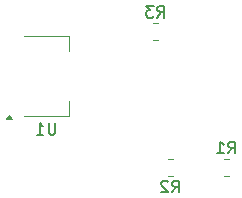
<source format=gbr>
%TF.GenerationSoftware,KiCad,Pcbnew,9.0.6-9.0.6~ubuntu24.04.1*%
%TF.CreationDate,2025-12-30T22:30:39+05:30*%
%TF.ProjectId,wled-esp01-controller,776c6564-2d65-4737-9030-312d636f6e74,rev?*%
%TF.SameCoordinates,Original*%
%TF.FileFunction,Legend,Bot*%
%TF.FilePolarity,Positive*%
%FSLAX46Y46*%
G04 Gerber Fmt 4.6, Leading zero omitted, Abs format (unit mm)*
G04 Created by KiCad (PCBNEW 9.0.6-9.0.6~ubuntu24.04.1) date 2025-12-30 22:30:39*
%MOMM*%
%LPD*%
G01*
G04 APERTURE LIST*
%ADD10C,0.150000*%
%ADD11C,0.120000*%
G04 APERTURE END LIST*
D10*
X123166666Y-86804819D02*
X123499999Y-86328628D01*
X123738094Y-86804819D02*
X123738094Y-85804819D01*
X123738094Y-85804819D02*
X123357142Y-85804819D01*
X123357142Y-85804819D02*
X123261904Y-85852438D01*
X123261904Y-85852438D02*
X123214285Y-85900057D01*
X123214285Y-85900057D02*
X123166666Y-85995295D01*
X123166666Y-85995295D02*
X123166666Y-86138152D01*
X123166666Y-86138152D02*
X123214285Y-86233390D01*
X123214285Y-86233390D02*
X123261904Y-86281009D01*
X123261904Y-86281009D02*
X123357142Y-86328628D01*
X123357142Y-86328628D02*
X123738094Y-86328628D01*
X122214285Y-86804819D02*
X122785713Y-86804819D01*
X122499999Y-86804819D02*
X122499999Y-85804819D01*
X122499999Y-85804819D02*
X122595237Y-85947676D01*
X122595237Y-85947676D02*
X122690475Y-86042914D01*
X122690475Y-86042914D02*
X122785713Y-86090533D01*
X118416666Y-90104819D02*
X118749999Y-89628628D01*
X118988094Y-90104819D02*
X118988094Y-89104819D01*
X118988094Y-89104819D02*
X118607142Y-89104819D01*
X118607142Y-89104819D02*
X118511904Y-89152438D01*
X118511904Y-89152438D02*
X118464285Y-89200057D01*
X118464285Y-89200057D02*
X118416666Y-89295295D01*
X118416666Y-89295295D02*
X118416666Y-89438152D01*
X118416666Y-89438152D02*
X118464285Y-89533390D01*
X118464285Y-89533390D02*
X118511904Y-89581009D01*
X118511904Y-89581009D02*
X118607142Y-89628628D01*
X118607142Y-89628628D02*
X118988094Y-89628628D01*
X118035713Y-89200057D02*
X117988094Y-89152438D01*
X117988094Y-89152438D02*
X117892856Y-89104819D01*
X117892856Y-89104819D02*
X117654761Y-89104819D01*
X117654761Y-89104819D02*
X117559523Y-89152438D01*
X117559523Y-89152438D02*
X117511904Y-89200057D01*
X117511904Y-89200057D02*
X117464285Y-89295295D01*
X117464285Y-89295295D02*
X117464285Y-89390533D01*
X117464285Y-89390533D02*
X117511904Y-89533390D01*
X117511904Y-89533390D02*
X118083332Y-90104819D01*
X118083332Y-90104819D02*
X117464285Y-90104819D01*
X108511904Y-84204819D02*
X108511904Y-85014342D01*
X108511904Y-85014342D02*
X108464285Y-85109580D01*
X108464285Y-85109580D02*
X108416666Y-85157200D01*
X108416666Y-85157200D02*
X108321428Y-85204819D01*
X108321428Y-85204819D02*
X108130952Y-85204819D01*
X108130952Y-85204819D02*
X108035714Y-85157200D01*
X108035714Y-85157200D02*
X107988095Y-85109580D01*
X107988095Y-85109580D02*
X107940476Y-85014342D01*
X107940476Y-85014342D02*
X107940476Y-84204819D01*
X106940476Y-85204819D02*
X107511904Y-85204819D01*
X107226190Y-85204819D02*
X107226190Y-84204819D01*
X107226190Y-84204819D02*
X107321428Y-84347676D01*
X107321428Y-84347676D02*
X107416666Y-84442914D01*
X107416666Y-84442914D02*
X107511904Y-84490533D01*
X117166666Y-75304819D02*
X117499999Y-74828628D01*
X117738094Y-75304819D02*
X117738094Y-74304819D01*
X117738094Y-74304819D02*
X117357142Y-74304819D01*
X117357142Y-74304819D02*
X117261904Y-74352438D01*
X117261904Y-74352438D02*
X117214285Y-74400057D01*
X117214285Y-74400057D02*
X117166666Y-74495295D01*
X117166666Y-74495295D02*
X117166666Y-74638152D01*
X117166666Y-74638152D02*
X117214285Y-74733390D01*
X117214285Y-74733390D02*
X117261904Y-74781009D01*
X117261904Y-74781009D02*
X117357142Y-74828628D01*
X117357142Y-74828628D02*
X117738094Y-74828628D01*
X116833332Y-74304819D02*
X116214285Y-74304819D01*
X116214285Y-74304819D02*
X116547618Y-74685771D01*
X116547618Y-74685771D02*
X116404761Y-74685771D01*
X116404761Y-74685771D02*
X116309523Y-74733390D01*
X116309523Y-74733390D02*
X116261904Y-74781009D01*
X116261904Y-74781009D02*
X116214285Y-74876247D01*
X116214285Y-74876247D02*
X116214285Y-75114342D01*
X116214285Y-75114342D02*
X116261904Y-75209580D01*
X116261904Y-75209580D02*
X116309523Y-75257200D01*
X116309523Y-75257200D02*
X116404761Y-75304819D01*
X116404761Y-75304819D02*
X116690475Y-75304819D01*
X116690475Y-75304819D02*
X116785713Y-75257200D01*
X116785713Y-75257200D02*
X116833332Y-75209580D01*
D11*
%TO.C,R1*%
X123227064Y-88735000D02*
X122772936Y-88735000D01*
X123227064Y-87265000D02*
X122772936Y-87265000D01*
%TO.C,R2*%
X118022936Y-88735000D02*
X118477064Y-88735000D01*
X118022936Y-87265000D02*
X118477064Y-87265000D01*
%TO.C,U1*%
X105900000Y-76840000D02*
X109660000Y-76840000D01*
X109660000Y-76840000D02*
X109660000Y-78100000D01*
X105900000Y-83660000D02*
X109660000Y-83660000D01*
X109660000Y-83660000D02*
X109660000Y-82400000D01*
X104860000Y-83890000D02*
X104380000Y-83890000D01*
X104620000Y-83560000D01*
X104860000Y-83890000D01*
G36*
X104860000Y-83890000D02*
G01*
X104380000Y-83890000D01*
X104620000Y-83560000D01*
X104860000Y-83890000D01*
G37*
%TO.C,R3*%
X117227064Y-75765000D02*
X116772936Y-75765000D01*
X117227064Y-77235000D02*
X116772936Y-77235000D01*
%TD*%
M02*

</source>
